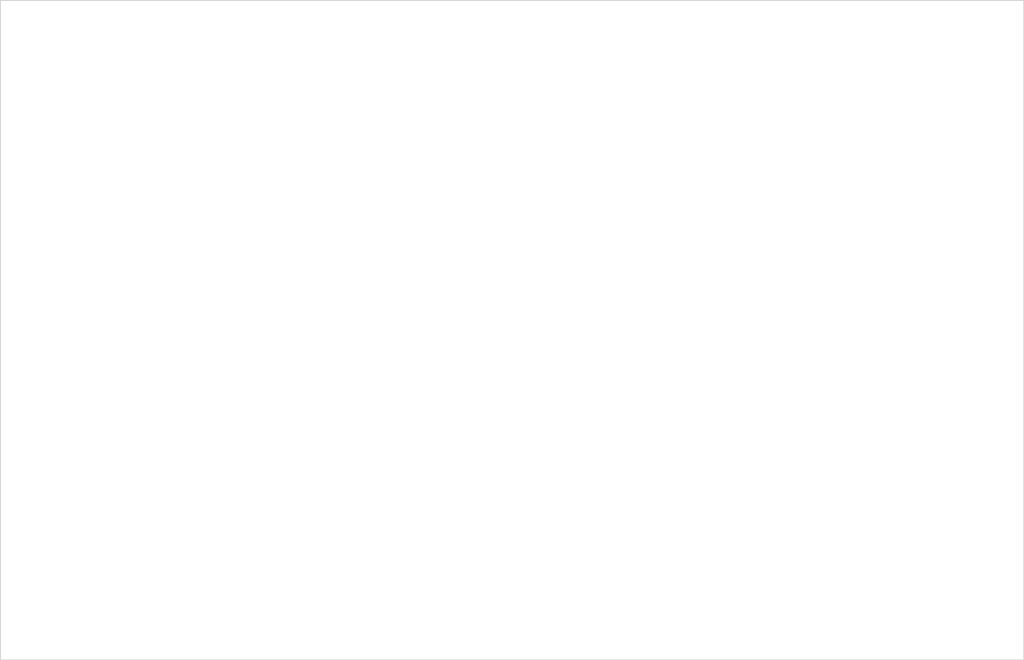
<source format=kicad_pcb>
(kicad_pcb (version 20221018) (generator pcbnew)

  (general
    (thickness 1.6)
  )

  (paper "A4")
  (layers
    (0 "F.Cu" signal)
    (31 "B.Cu" signal)
    (32 "B.Adhes" user "B.Adhesive")
    (33 "F.Adhes" user "F.Adhesive")
    (34 "B.Paste" user)
    (35 "F.Paste" user)
    (36 "B.SilkS" user "B.Silkscreen")
    (37 "F.SilkS" user "F.Silkscreen")
    (38 "B.Mask" user)
    (39 "F.Mask" user)
    (40 "Dwgs.User" user "User.Drawings")
    (41 "Cmts.User" user "User.Comments")
    (42 "Eco1.User" user "User.Eco1")
    (43 "Eco2.User" user "User.Eco2")
    (44 "Edge.Cuts" user)
    (45 "Margin" user)
    (46 "B.CrtYd" user "B.Courtyard")
    (47 "F.CrtYd" user "F.Courtyard")
    (48 "B.Fab" user)
    (49 "F.Fab" user)
    (50 "User.1" user)
    (51 "User.2" user)
    (52 "User.3" user)
    (53 "User.4" user)
    (54 "User.5" user)
    (55 "User.6" user)
    (56 "User.7" user)
    (57 "User.8" user)
    (58 "User.9" user)
  )

  (setup
    (pad_to_mask_clearance 0)
    (pcbplotparams
      (layerselection 0x00010fc_ffffffff)
      (plot_on_all_layers_selection 0x0000000_00000000)
      (disableapertmacros false)
      (usegerberextensions false)
      (usegerberattributes true)
      (usegerberadvancedattributes true)
      (creategerberjobfile true)
      (dashed_line_dash_ratio 12.000000)
      (dashed_line_gap_ratio 3.000000)
      (svgprecision 4)
      (plotframeref false)
      (viasonmask false)
      (mode 1)
      (useauxorigin false)
      (hpglpennumber 1)
      (hpglpenspeed 20)
      (hpglpendiameter 15.000000)
      (dxfpolygonmode true)
      (dxfimperialunits true)
      (dxfusepcbnewfont true)
      (psnegative false)
      (psa4output false)
      (plotreference true)
      (plotvalue true)
      (plotinvisibletext false)
      (sketchpadsonfab false)
      (subtractmaskfromsilk false)
      (outputformat 1)
      (mirror false)
      (drillshape 1)
      (scaleselection 1)
      (outputdirectory "")
    )
  )

  (net 0 "")

  (gr_line (start 233.68 129.54) (end 233.68 55.88)
    (stroke (width 0.1) (type default)) (layer "Edge.Cuts") (tstamp 021efcdb-fda0-4980-9a18-3d379ca164a0))
  (gr_line (start 175.26 129.54) (end 233.68 129.54)
    (stroke (width 0.1) (type default)) (layer "Edge.Cuts") (tstamp 14b66b69-9e69-4d86-866c-684f084b8b8d))
  (gr_line (start 233.68 55.88) (end 119.38 55.88)
    (stroke (width 0.1) (type default)) (layer "Edge.Cuts") (tstamp 8a876ffb-a57d-4c6e-a5c7-ab6b9cdf8d4e))
  (gr_line (start 119.38 129.54) (end 175.26 129.54)
    (stroke (width 0.1) (type default)) (layer "Edge.Cuts") (tstamp b0ff0f57-a3ba-4983-b97a-883380322739))
  (gr_line (start 119.38 55.88) (end 119.38 129.54)
    (stroke (width 0.1) (type default)) (layer "Edge.Cuts") (tstamp e8d2bd72-9862-4a37-812f-eb1a23c157e1))

)

</source>
